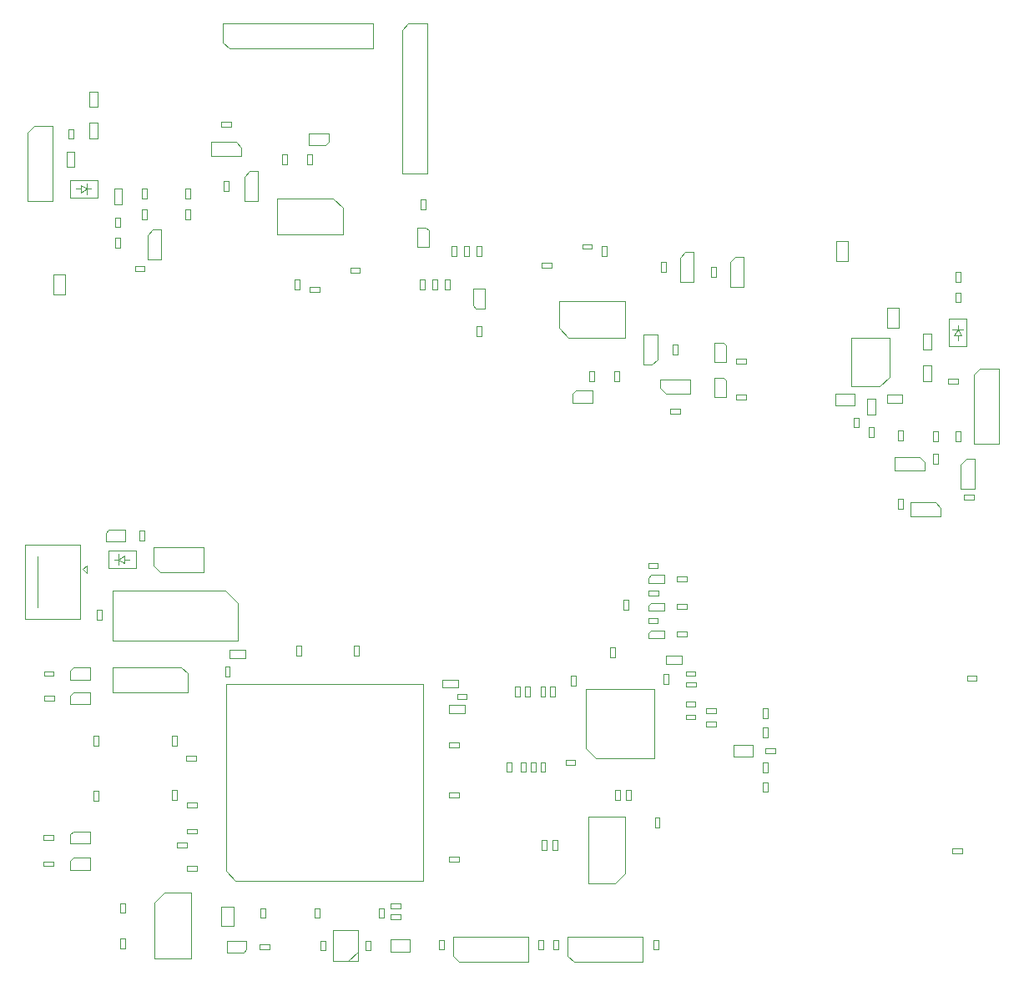
<source format=gbr>
G04 #@! TF.GenerationSoftware,KiCad,Pcbnew,(5.1.6)-1*
G04 #@! TF.CreationDate,2020-06-22T19:30:58+02:00*
G04 #@! TF.ProjectId,plc-sniffer,706c632d-736e-4696-9666-65722e6b6963,rev?*
G04 #@! TF.SameCoordinates,Original*
G04 #@! TF.FileFunction,Other,Fab,Top*
%FSLAX46Y46*%
G04 Gerber Fmt 4.6, Leading zero omitted, Abs format (unit mm)*
G04 Created by KiCad (PCBNEW (5.1.6)-1) date 2020-06-22 19:30:58*
%MOMM*%
%LPD*%
G01*
G04 APERTURE LIST*
%ADD10C,0.100000*%
G04 APERTURE END LIST*
D10*
G04 #@! TO.C,C714*
X121212500Y-118100000D02*
X121212500Y-117300000D01*
X121212500Y-117300000D02*
X122812500Y-117300000D01*
X122812500Y-117300000D02*
X122812500Y-118100000D01*
X122812500Y-118100000D02*
X121212500Y-118100000D01*
G04 #@! TO.C,C712*
X145087500Y-122900000D02*
X145087500Y-123700000D01*
X145087500Y-123700000D02*
X143487500Y-123700000D01*
X143487500Y-123700000D02*
X143487500Y-122900000D01*
X143487500Y-122900000D02*
X145087500Y-122900000D01*
G04 #@! TO.C,C706*
X144412500Y-120300000D02*
X144412500Y-121100000D01*
X144412500Y-121100000D02*
X142812500Y-121100000D01*
X142812500Y-121100000D02*
X142812500Y-120300000D01*
X142812500Y-120300000D02*
X144412500Y-120300000D01*
G04 #@! TO.C,C802*
X187900000Y-82562500D02*
X189100000Y-82562500D01*
X189100000Y-82562500D02*
X189100000Y-84562500D01*
X189100000Y-84562500D02*
X187900000Y-84562500D01*
X187900000Y-84562500D02*
X187900000Y-82562500D01*
G04 #@! TO.C,C801*
X184662500Y-91300000D02*
X184662500Y-92500000D01*
X184662500Y-92500000D02*
X182662500Y-92500000D01*
X182662500Y-92500000D02*
X182662500Y-91300000D01*
X182662500Y-91300000D02*
X184662500Y-91300000D01*
G04 #@! TO.C,J601*
X120570000Y-55635000D02*
X120570000Y-53730000D01*
X120570000Y-53730000D02*
X135810000Y-53730000D01*
X135810000Y-53730000D02*
X135810000Y-56270000D01*
X135810000Y-56270000D02*
X121205000Y-56270000D01*
X121205000Y-56270000D02*
X120570000Y-55635000D01*
G04 #@! TO.C,J501*
X139365000Y-53730000D02*
X141270000Y-53730000D01*
X141270000Y-53730000D02*
X141270000Y-68970000D01*
X141270000Y-68970000D02*
X138730000Y-68970000D01*
X138730000Y-68970000D02*
X138730000Y-54365000D01*
X138730000Y-54365000D02*
X139365000Y-53730000D01*
G04 #@! TO.C,U702*
X120837500Y-139750000D02*
X120837500Y-120750000D01*
X120837500Y-120750000D02*
X140837500Y-120750000D01*
X140837500Y-120750000D02*
X140837500Y-140750000D01*
X140837500Y-140750000D02*
X121837500Y-140750000D01*
X121837500Y-140750000D02*
X120837500Y-139750000D01*
G04 #@! TO.C,R1028*
X195700000Y-102050000D02*
X195700000Y-101550000D01*
X195700000Y-101550000D02*
X196700000Y-101550000D01*
X196700000Y-101550000D02*
X196700000Y-102050000D01*
X196700000Y-102050000D02*
X195700000Y-102050000D01*
G04 #@! TO.C,R405*
X194850000Y-95085000D02*
X195350000Y-95085000D01*
X195350000Y-95085000D02*
X195350000Y-96085000D01*
X195350000Y-96085000D02*
X194850000Y-96085000D01*
X194850000Y-96085000D02*
X194850000Y-95085000D01*
G04 #@! TO.C,Q403*
X195400000Y-98450000D02*
X195400000Y-100900000D01*
X195950000Y-97880000D02*
X196800000Y-97880000D01*
X195400000Y-98450000D02*
X195950000Y-97880000D01*
X196800000Y-97880000D02*
X196800000Y-100920000D01*
X195400000Y-100920000D02*
X196800000Y-100920000D01*
G04 #@! TO.C,R707*
X120400000Y-143337500D02*
X121600000Y-143337500D01*
X121600000Y-143337500D02*
X121600000Y-145337500D01*
X121600000Y-145337500D02*
X120400000Y-145337500D01*
X120400000Y-145337500D02*
X120400000Y-143337500D01*
G04 #@! TO.C,R610*
X104550000Y-81195000D02*
X103350000Y-81195000D01*
X103350000Y-81195000D02*
X103350000Y-79195000D01*
X103350000Y-79195000D02*
X104550000Y-79195000D01*
X104550000Y-79195000D02*
X104550000Y-81195000D01*
G04 #@! TO.C,R510*
X182770000Y-75835001D02*
X183970000Y-75835001D01*
X183970000Y-75835001D02*
X183970000Y-77835001D01*
X183970000Y-77835001D02*
X182770000Y-77835001D01*
X182770000Y-77835001D02*
X182770000Y-75835001D01*
G04 #@! TO.C,Y701*
X131750000Y-148900000D02*
X134250000Y-148900000D01*
X134250000Y-148900000D02*
X134250000Y-145700000D01*
X134250000Y-145700000D02*
X131750000Y-145700000D01*
X131750000Y-145700000D02*
X131750000Y-148900000D01*
X133250000Y-148900000D02*
X134250000Y-147900000D01*
G04 #@! TO.C,U1002*
X157337500Y-127250000D02*
X157337500Y-121250000D01*
X157337500Y-121250000D02*
X164337500Y-121250000D01*
X164337500Y-121250000D02*
X164337500Y-128250000D01*
X164337500Y-128250000D02*
X158337500Y-128250000D01*
X158337500Y-128250000D02*
X157337500Y-127250000D01*
G04 #@! TO.C,U1001*
X161300000Y-139950000D02*
X160300000Y-140950000D01*
X161300000Y-139950000D02*
X161300000Y-134250000D01*
X160300000Y-140950000D02*
X157600000Y-140950000D01*
X161300000Y-134250000D02*
X157600000Y-134250000D01*
X157600000Y-140950000D02*
X157600000Y-134250000D01*
G04 #@! TO.C,U801*
X187200000Y-90545000D02*
X184275000Y-90545000D01*
X184275000Y-90545000D02*
X184275000Y-85645000D01*
X184275000Y-85645000D02*
X188175000Y-85645000D01*
X188175000Y-85645000D02*
X188175000Y-89570000D01*
X188175000Y-89570000D02*
X187200000Y-90545000D01*
G04 #@! TO.C,U701*
X113600000Y-142950000D02*
X114600000Y-141950000D01*
X113600000Y-142950000D02*
X113600000Y-148650000D01*
X114600000Y-141950000D02*
X117300000Y-141950000D01*
X113600000Y-148650000D02*
X117300000Y-148650000D01*
X117300000Y-141950000D02*
X117300000Y-148650000D01*
G04 #@! TO.C,U601*
X131700000Y-71450000D02*
X132700000Y-72450000D01*
X131700000Y-71450000D02*
X126000000Y-71450000D01*
X132700000Y-72450000D02*
X132700000Y-75150000D01*
X126000000Y-71450000D02*
X126000000Y-75150000D01*
X132700000Y-75150000D02*
X126000000Y-75150000D01*
G04 #@! TO.C,U501*
X155620000Y-85580001D02*
X154620000Y-84580001D01*
X155620000Y-85580001D02*
X161320000Y-85580001D01*
X154620000Y-84580001D02*
X154620000Y-81880001D01*
X161320000Y-85580001D02*
X161320000Y-81880001D01*
X154620000Y-81880001D02*
X161320000Y-81880001D01*
G04 #@! TO.C,R1027*
X164685000Y-114050000D02*
X164685000Y-114550000D01*
X164685000Y-114550000D02*
X163685000Y-114550000D01*
X163685000Y-114550000D02*
X163685000Y-114050000D01*
X163685000Y-114050000D02*
X164685000Y-114050000D01*
G04 #@! TO.C,R1026*
X164700000Y-111250000D02*
X164700000Y-111750000D01*
X164700000Y-111750000D02*
X163700000Y-111750000D01*
X163700000Y-111750000D02*
X163700000Y-111250000D01*
X163700000Y-111250000D02*
X164700000Y-111250000D01*
G04 #@! TO.C,R1025*
X164685000Y-108450000D02*
X164685000Y-108950000D01*
X164685000Y-108950000D02*
X163685000Y-108950000D01*
X163685000Y-108950000D02*
X163685000Y-108450000D01*
X163685000Y-108450000D02*
X164685000Y-108450000D01*
G04 #@! TO.C,R1024*
X167615000Y-115450000D02*
X167615000Y-115950000D01*
X167615000Y-115950000D02*
X166615000Y-115950000D01*
X166615000Y-115950000D02*
X166615000Y-115450000D01*
X166615000Y-115450000D02*
X167615000Y-115450000D01*
G04 #@! TO.C,R1023*
X167585000Y-112650000D02*
X167585000Y-113150000D01*
X167585000Y-113150000D02*
X166585000Y-113150000D01*
X166585000Y-113150000D02*
X166585000Y-112650000D01*
X166585000Y-112650000D02*
X167585000Y-112650000D01*
G04 #@! TO.C,R1022*
X167585000Y-109850000D02*
X167585000Y-110350000D01*
X167585000Y-110350000D02*
X166585000Y-110350000D01*
X166585000Y-110350000D02*
X166585000Y-109850000D01*
X166585000Y-109850000D02*
X167585000Y-109850000D01*
G04 #@! TO.C,R1021*
X161950000Y-132515000D02*
X161450000Y-132515000D01*
X161450000Y-132515000D02*
X161450000Y-131515000D01*
X161450000Y-131515000D02*
X161950000Y-131515000D01*
X161950000Y-131515000D02*
X161950000Y-132515000D01*
G04 #@! TO.C,R1020*
X195515000Y-137450000D02*
X195515000Y-137950000D01*
X195515000Y-137950000D02*
X194515000Y-137950000D01*
X194515000Y-137950000D02*
X194515000Y-137450000D01*
X194515000Y-137450000D02*
X195515000Y-137450000D01*
G04 #@! TO.C,R1019*
X197015000Y-119950000D02*
X197015000Y-120450000D01*
X197015000Y-120450000D02*
X196015000Y-120450000D01*
X196015000Y-120450000D02*
X196015000Y-119950000D01*
X196015000Y-119950000D02*
X197015000Y-119950000D01*
G04 #@! TO.C,R1018*
X161150000Y-112215000D02*
X161650000Y-112215000D01*
X161650000Y-112215000D02*
X161650000Y-113215000D01*
X161650000Y-113215000D02*
X161150000Y-113215000D01*
X161150000Y-113215000D02*
X161150000Y-112215000D01*
G04 #@! TO.C,R1017*
X152750000Y-121015000D02*
X153250000Y-121015000D01*
X153250000Y-121015000D02*
X153250000Y-122015000D01*
X153250000Y-122015000D02*
X152750000Y-122015000D01*
X152750000Y-122015000D02*
X152750000Y-121015000D01*
G04 #@! TO.C,R1016*
X167087500Y-117900000D02*
X167087500Y-118700000D01*
X167087500Y-118700000D02*
X165487500Y-118700000D01*
X165487500Y-118700000D02*
X165487500Y-117900000D01*
X165487500Y-117900000D02*
X167087500Y-117900000D01*
G04 #@! TO.C,R1015*
X175850000Y-131715000D02*
X175350000Y-131715000D01*
X175350000Y-131715000D02*
X175350000Y-130715000D01*
X175350000Y-130715000D02*
X175850000Y-130715000D01*
X175850000Y-130715000D02*
X175850000Y-131715000D01*
G04 #@! TO.C,R1014*
X175850000Y-126185000D02*
X175350000Y-126185000D01*
X175350000Y-126185000D02*
X175350000Y-125185000D01*
X175350000Y-125185000D02*
X175850000Y-125185000D01*
X175850000Y-125185000D02*
X175850000Y-126185000D01*
G04 #@! TO.C,R1013*
X165250000Y-119715000D02*
X165750000Y-119715000D01*
X165750000Y-119715000D02*
X165750000Y-120715000D01*
X165750000Y-120715000D02*
X165250000Y-120715000D01*
X165250000Y-120715000D02*
X165250000Y-119715000D01*
G04 #@! TO.C,R1012*
X170585000Y-123250000D02*
X170585000Y-123750000D01*
X170585000Y-123750000D02*
X169585000Y-123750000D01*
X169585000Y-123750000D02*
X169585000Y-123250000D01*
X169585000Y-123250000D02*
X170585000Y-123250000D01*
G04 #@! TO.C,R1011*
X168485000Y-123850000D02*
X168485000Y-124350000D01*
X168485000Y-124350000D02*
X167485000Y-124350000D01*
X167485000Y-124350000D02*
X167485000Y-123850000D01*
X167485000Y-123850000D02*
X168485000Y-123850000D01*
G04 #@! TO.C,R1010*
X175350000Y-128715000D02*
X175850000Y-128715000D01*
X175850000Y-128715000D02*
X175850000Y-129715000D01*
X175850000Y-129715000D02*
X175350000Y-129715000D01*
X175350000Y-129715000D02*
X175350000Y-128715000D01*
G04 #@! TO.C,R1009*
X175350000Y-123215000D02*
X175850000Y-123215000D01*
X175850000Y-123215000D02*
X175850000Y-124215000D01*
X175850000Y-124215000D02*
X175350000Y-124215000D01*
X175350000Y-124215000D02*
X175350000Y-123215000D01*
G04 #@! TO.C,R1008*
X150150000Y-121015000D02*
X150650000Y-121015000D01*
X150650000Y-121015000D02*
X150650000Y-122015000D01*
X150650000Y-122015000D02*
X150150000Y-122015000D01*
X150150000Y-122015000D02*
X150150000Y-121015000D01*
G04 #@! TO.C,R1007*
X153750000Y-121015000D02*
X154250000Y-121015000D01*
X154250000Y-121015000D02*
X154250000Y-122015000D01*
X154250000Y-122015000D02*
X153750000Y-122015000D01*
X153750000Y-122015000D02*
X153750000Y-121015000D01*
G04 #@! TO.C,R1006*
X151150000Y-121015000D02*
X151650000Y-121015000D01*
X151650000Y-121015000D02*
X151650000Y-122015000D01*
X151650000Y-122015000D02*
X151150000Y-122015000D01*
X151150000Y-122015000D02*
X151150000Y-121015000D01*
G04 #@! TO.C,R1005*
X152750000Y-128685000D02*
X153250000Y-128685000D01*
X153250000Y-128685000D02*
X153250000Y-129685000D01*
X153250000Y-129685000D02*
X152750000Y-129685000D01*
X152750000Y-129685000D02*
X152750000Y-128685000D01*
G04 #@! TO.C,R1004*
X151750000Y-128685000D02*
X152250000Y-128685000D01*
X152250000Y-128685000D02*
X152250000Y-129685000D01*
X152250000Y-129685000D02*
X151750000Y-129685000D01*
X151750000Y-129685000D02*
X151750000Y-128685000D01*
G04 #@! TO.C,R1003*
X150750000Y-128685000D02*
X151250000Y-128685000D01*
X151250000Y-128685000D02*
X151250000Y-129685000D01*
X151250000Y-129685000D02*
X150750000Y-129685000D01*
X150750000Y-129685000D02*
X150750000Y-128685000D01*
G04 #@! TO.C,R1002*
X149350000Y-128685000D02*
X149850000Y-128685000D01*
X149850000Y-128685000D02*
X149850000Y-129685000D01*
X149850000Y-129685000D02*
X149350000Y-129685000D01*
X149350000Y-129685000D02*
X149350000Y-128685000D01*
G04 #@! TO.C,R1001*
X160350000Y-131515000D02*
X160850000Y-131515000D01*
X160850000Y-131515000D02*
X160850000Y-132515000D01*
X160850000Y-132515000D02*
X160350000Y-132515000D01*
X160350000Y-132515000D02*
X160350000Y-131515000D01*
G04 #@! TO.C,R901*
X112050000Y-105215000D02*
X112550000Y-105215000D01*
X112550000Y-105215000D02*
X112550000Y-106215000D01*
X112550000Y-106215000D02*
X112050000Y-106215000D01*
X112050000Y-106215000D02*
X112050000Y-105215000D01*
G04 #@! TO.C,R813*
X173585000Y-87750000D02*
X173585000Y-88250000D01*
X173585000Y-88250000D02*
X172585000Y-88250000D01*
X172585000Y-88250000D02*
X172585000Y-87750000D01*
X172585000Y-87750000D02*
X173585000Y-87750000D01*
G04 #@! TO.C,R812*
X173615000Y-91350000D02*
X173615000Y-91850000D01*
X173615000Y-91850000D02*
X172615000Y-91850000D01*
X172615000Y-91850000D02*
X172615000Y-91350000D01*
X172615000Y-91350000D02*
X173615000Y-91350000D01*
G04 #@! TO.C,R811*
X194850000Y-78915000D02*
X195350000Y-78915000D01*
X195350000Y-78915000D02*
X195350000Y-79915000D01*
X195350000Y-79915000D02*
X194850000Y-79915000D01*
X194850000Y-79915000D02*
X194850000Y-78915000D01*
G04 #@! TO.C,R810*
X194850000Y-81015000D02*
X195350000Y-81015000D01*
X195350000Y-81015000D02*
X195350000Y-82015000D01*
X195350000Y-82015000D02*
X194850000Y-82015000D01*
X194850000Y-82015000D02*
X194850000Y-81015000D01*
G04 #@! TO.C,R809*
X194115000Y-90250000D02*
X194115000Y-89750000D01*
X194115000Y-89750000D02*
X195115000Y-89750000D01*
X195115000Y-89750000D02*
X195115000Y-90250000D01*
X195115000Y-90250000D02*
X194115000Y-90250000D01*
G04 #@! TO.C,R808*
X191600000Y-88412500D02*
X192400000Y-88412500D01*
X192400000Y-88412500D02*
X192400000Y-90012500D01*
X192400000Y-90012500D02*
X191600000Y-90012500D01*
X191600000Y-90012500D02*
X191600000Y-88412500D01*
G04 #@! TO.C,R807*
X187887500Y-92200000D02*
X187887500Y-91400000D01*
X187887500Y-91400000D02*
X189487500Y-91400000D01*
X189487500Y-91400000D02*
X189487500Y-92200000D01*
X189487500Y-92200000D02*
X187887500Y-92200000D01*
G04 #@! TO.C,R806*
X186700000Y-93387500D02*
X185900000Y-93387500D01*
X185900000Y-93387500D02*
X185900000Y-91787500D01*
X185900000Y-91787500D02*
X186700000Y-91787500D01*
X186700000Y-91787500D02*
X186700000Y-93387500D01*
G04 #@! TO.C,R805*
X191600000Y-85200000D02*
X192400000Y-85200000D01*
X192400000Y-85200000D02*
X192400000Y-86800000D01*
X192400000Y-86800000D02*
X191600000Y-86800000D01*
X191600000Y-86800000D02*
X191600000Y-85200000D01*
G04 #@! TO.C,R804*
X185050000Y-94715000D02*
X184550000Y-94715000D01*
X184550000Y-94715000D02*
X184550000Y-93715000D01*
X184550000Y-93715000D02*
X185050000Y-93715000D01*
X185050000Y-93715000D02*
X185050000Y-94715000D01*
G04 #@! TO.C,R803*
X186050000Y-94685000D02*
X186550000Y-94685000D01*
X186550000Y-94685000D02*
X186550000Y-95685000D01*
X186550000Y-95685000D02*
X186050000Y-95685000D01*
X186050000Y-95685000D02*
X186050000Y-94685000D01*
G04 #@! TO.C,R802*
X164950000Y-77900000D02*
X165450000Y-77900000D01*
X165450000Y-77900000D02*
X165450000Y-78900000D01*
X165450000Y-78900000D02*
X164950000Y-78900000D01*
X164950000Y-78900000D02*
X164950000Y-77900000D01*
G04 #@! TO.C,R801*
X170550000Y-79400000D02*
X170050000Y-79400000D01*
X170050000Y-79400000D02*
X170050000Y-78400000D01*
X170050000Y-78400000D02*
X170550000Y-78400000D01*
X170550000Y-78400000D02*
X170550000Y-79400000D01*
G04 #@! TO.C,R715*
X102385000Y-119950000D02*
X102385000Y-119450000D01*
X102385000Y-119450000D02*
X103385000Y-119450000D01*
X103385000Y-119450000D02*
X103385000Y-119950000D01*
X103385000Y-119950000D02*
X102385000Y-119950000D01*
G04 #@! TO.C,R714*
X102415000Y-122450000D02*
X102415000Y-121950000D01*
X102415000Y-121950000D02*
X103415000Y-121950000D01*
X103415000Y-121950000D02*
X103415000Y-122450000D01*
X103415000Y-122450000D02*
X102415000Y-122450000D01*
G04 #@! TO.C,R713*
X102315000Y-139250000D02*
X102315000Y-138750000D01*
X102315000Y-138750000D02*
X103315000Y-138750000D01*
X103315000Y-138750000D02*
X103315000Y-139250000D01*
X103315000Y-139250000D02*
X102315000Y-139250000D01*
G04 #@! TO.C,R712*
X102315000Y-136550000D02*
X102315000Y-136050000D01*
X102315000Y-136050000D02*
X103315000Y-136050000D01*
X103315000Y-136050000D02*
X103315000Y-136550000D01*
X103315000Y-136550000D02*
X102315000Y-136550000D01*
G04 #@! TO.C,R711*
X107950000Y-132600000D02*
X107450000Y-132600000D01*
X107450000Y-132600000D02*
X107450000Y-131600000D01*
X107450000Y-131600000D02*
X107950000Y-131600000D01*
X107950000Y-131600000D02*
X107950000Y-132600000D01*
G04 #@! TO.C,R710*
X107950000Y-127000000D02*
X107450000Y-127000000D01*
X107450000Y-127000000D02*
X107450000Y-126000000D01*
X107450000Y-126000000D02*
X107950000Y-126000000D01*
X107950000Y-126000000D02*
X107950000Y-127000000D01*
G04 #@! TO.C,R709*
X115850000Y-126985000D02*
X115350000Y-126985000D01*
X115350000Y-126985000D02*
X115350000Y-125985000D01*
X115350000Y-125985000D02*
X115850000Y-125985000D01*
X115850000Y-125985000D02*
X115850000Y-126985000D01*
G04 #@! TO.C,R708*
X115850000Y-132500000D02*
X115350000Y-132500000D01*
X115350000Y-132500000D02*
X115350000Y-131500000D01*
X115350000Y-131500000D02*
X115850000Y-131500000D01*
X115850000Y-131500000D02*
X115850000Y-132500000D01*
G04 #@! TO.C,R706*
X124285000Y-147650000D02*
X124285000Y-147150000D01*
X124285000Y-147150000D02*
X125285000Y-147150000D01*
X125285000Y-147150000D02*
X125285000Y-147650000D01*
X125285000Y-147650000D02*
X124285000Y-147650000D01*
G04 #@! TO.C,R705*
X117885000Y-135450000D02*
X117885000Y-135950000D01*
X117885000Y-135950000D02*
X116885000Y-135950000D01*
X116885000Y-135950000D02*
X116885000Y-135450000D01*
X116885000Y-135450000D02*
X117885000Y-135450000D01*
G04 #@! TO.C,R704*
X142950000Y-147715000D02*
X142450000Y-147715000D01*
X142450000Y-147715000D02*
X142450000Y-146715000D01*
X142450000Y-146715000D02*
X142950000Y-146715000D01*
X142950000Y-146715000D02*
X142950000Y-147715000D01*
G04 #@! TO.C,R703*
X153050000Y-147715000D02*
X152550000Y-147715000D01*
X152550000Y-147715000D02*
X152550000Y-146715000D01*
X152550000Y-146715000D02*
X153050000Y-146715000D01*
X153050000Y-146715000D02*
X153050000Y-147715000D01*
G04 #@! TO.C,R702*
X154550000Y-147715000D02*
X154050000Y-147715000D01*
X154050000Y-147715000D02*
X154050000Y-146715000D01*
X154050000Y-146715000D02*
X154550000Y-146715000D01*
X154550000Y-146715000D02*
X154550000Y-147715000D01*
G04 #@! TO.C,R701*
X164750000Y-147715000D02*
X164250000Y-147715000D01*
X164250000Y-147715000D02*
X164250000Y-146715000D01*
X164250000Y-146715000D02*
X164750000Y-146715000D01*
X164750000Y-146715000D02*
X164750000Y-147715000D01*
G04 #@! TO.C,R609*
X129600000Y-67995000D02*
X129100000Y-67995000D01*
X129100000Y-67995000D02*
X129100000Y-66995000D01*
X129100000Y-66995000D02*
X129600000Y-66995000D01*
X129600000Y-66995000D02*
X129600000Y-67995000D01*
G04 #@! TO.C,R608*
X128330000Y-80695000D02*
X127830000Y-80695000D01*
X127830000Y-80695000D02*
X127830000Y-79695000D01*
X127830000Y-79695000D02*
X128330000Y-79695000D01*
X128330000Y-79695000D02*
X128330000Y-80695000D01*
G04 #@! TO.C,R607*
X121400000Y-63700000D02*
X121400000Y-64200000D01*
X121400000Y-64200000D02*
X120400000Y-64200000D01*
X120400000Y-64200000D02*
X120400000Y-63700000D01*
X120400000Y-63700000D02*
X121400000Y-63700000D01*
G04 #@! TO.C,R606*
X121150000Y-70700000D02*
X120650000Y-70700000D01*
X120650000Y-70700000D02*
X120650000Y-69700000D01*
X120650000Y-69700000D02*
X121150000Y-69700000D01*
X121150000Y-69700000D02*
X121150000Y-70700000D01*
G04 #@! TO.C,R605*
X133445000Y-79025000D02*
X133445000Y-78525000D01*
X133445000Y-78525000D02*
X134445000Y-78525000D01*
X134445000Y-78525000D02*
X134445000Y-79025000D01*
X134445000Y-79025000D02*
X133445000Y-79025000D01*
G04 #@! TO.C,R604*
X141030000Y-80695000D02*
X140530000Y-80695000D01*
X140530000Y-80695000D02*
X140530000Y-79695000D01*
X140530000Y-79695000D02*
X141030000Y-79695000D01*
X141030000Y-79695000D02*
X141030000Y-80695000D01*
G04 #@! TO.C,R603*
X142300000Y-80695000D02*
X141800000Y-80695000D01*
X141800000Y-80695000D02*
X141800000Y-79695000D01*
X141800000Y-79695000D02*
X142300000Y-79695000D01*
X142300000Y-79695000D02*
X142300000Y-80695000D01*
G04 #@! TO.C,R602*
X146245000Y-84475000D02*
X146745000Y-84475000D01*
X146745000Y-84475000D02*
X146745000Y-85475000D01*
X146745000Y-85475000D02*
X146245000Y-85475000D01*
X146245000Y-85475000D02*
X146245000Y-84475000D01*
G04 #@! TO.C,R601*
X143070000Y-79695000D02*
X143570000Y-79695000D01*
X143570000Y-79695000D02*
X143570000Y-80695000D01*
X143570000Y-80695000D02*
X143070000Y-80695000D01*
X143070000Y-80695000D02*
X143070000Y-79695000D01*
G04 #@! TO.C,R509*
X157720000Y-89035001D02*
X158220000Y-89035001D01*
X158220000Y-89035001D02*
X158220000Y-90035001D01*
X158220000Y-90035001D02*
X157720000Y-90035001D01*
X157720000Y-90035001D02*
X157720000Y-89035001D01*
G04 #@! TO.C,R508*
X158990000Y-76335001D02*
X159490000Y-76335001D01*
X159490000Y-76335001D02*
X159490000Y-77335001D01*
X159490000Y-77335001D02*
X158990000Y-77335001D01*
X158990000Y-77335001D02*
X158990000Y-76335001D01*
G04 #@! TO.C,R507*
X165920000Y-93330001D02*
X165920000Y-92830001D01*
X165920000Y-92830001D02*
X166920000Y-92830001D01*
X166920000Y-92830001D02*
X166920000Y-93330001D01*
X166920000Y-93330001D02*
X165920000Y-93330001D01*
G04 #@! TO.C,R506*
X166170000Y-86330001D02*
X166670000Y-86330001D01*
X166670000Y-86330001D02*
X166670000Y-87330001D01*
X166670000Y-87330001D02*
X166170000Y-87330001D01*
X166170000Y-87330001D02*
X166170000Y-86330001D01*
G04 #@! TO.C,R505*
X153875000Y-78005001D02*
X153875000Y-78505001D01*
X153875000Y-78505001D02*
X152875000Y-78505001D01*
X152875000Y-78505001D02*
X152875000Y-78005001D01*
X152875000Y-78005001D02*
X153875000Y-78005001D01*
G04 #@! TO.C,R504*
X146290000Y-76335001D02*
X146790000Y-76335001D01*
X146790000Y-76335001D02*
X146790000Y-77335001D01*
X146790000Y-77335001D02*
X146290000Y-77335001D01*
X146290000Y-77335001D02*
X146290000Y-76335001D01*
G04 #@! TO.C,R503*
X145020000Y-76335001D02*
X145520000Y-76335001D01*
X145520000Y-76335001D02*
X145520000Y-77335001D01*
X145520000Y-77335001D02*
X145020000Y-77335001D01*
X145020000Y-77335001D02*
X145020000Y-76335001D01*
G04 #@! TO.C,R502*
X141075000Y-72555001D02*
X140575000Y-72555001D01*
X140575000Y-72555001D02*
X140575000Y-71555001D01*
X140575000Y-71555001D02*
X141075000Y-71555001D01*
X141075000Y-71555001D02*
X141075000Y-72555001D01*
G04 #@! TO.C,R501*
X144250000Y-77335001D02*
X143750000Y-77335001D01*
X143750000Y-77335001D02*
X143750000Y-76335001D01*
X143750000Y-76335001D02*
X144250000Y-76335001D01*
X144250000Y-76335001D02*
X144250000Y-77335001D01*
G04 #@! TO.C,R404*
X192550000Y-97385000D02*
X193050000Y-97385000D01*
X193050000Y-97385000D02*
X193050000Y-98385000D01*
X193050000Y-98385000D02*
X192550000Y-98385000D01*
X192550000Y-98385000D02*
X192550000Y-97385000D01*
G04 #@! TO.C,R403*
X192550000Y-95100000D02*
X193050000Y-95100000D01*
X193050000Y-95100000D02*
X193050000Y-96100000D01*
X193050000Y-96100000D02*
X192550000Y-96100000D01*
X192550000Y-96100000D02*
X192550000Y-95100000D01*
G04 #@! TO.C,R402*
X189050000Y-101985000D02*
X189550000Y-101985000D01*
X189550000Y-101985000D02*
X189550000Y-102985000D01*
X189550000Y-102985000D02*
X189050000Y-102985000D01*
X189050000Y-102985000D02*
X189050000Y-101985000D01*
G04 #@! TO.C,R401*
X189550000Y-96015000D02*
X189050000Y-96015000D01*
X189050000Y-96015000D02*
X189050000Y-95015000D01*
X189050000Y-95015000D02*
X189550000Y-95015000D01*
X189550000Y-95015000D02*
X189550000Y-96015000D01*
G04 #@! TO.C,R304*
X107800000Y-62200000D02*
X107000000Y-62200000D01*
X107000000Y-62200000D02*
X107000000Y-60600000D01*
X107000000Y-60600000D02*
X107800000Y-60600000D01*
X107800000Y-60600000D02*
X107800000Y-62200000D01*
G04 #@! TO.C,R303*
X107800000Y-65412500D02*
X107000000Y-65412500D01*
X107000000Y-65412500D02*
X107000000Y-63812500D01*
X107000000Y-63812500D02*
X107800000Y-63812500D01*
X107800000Y-63812500D02*
X107800000Y-65412500D01*
G04 #@! TO.C,R302*
X105500000Y-68300000D02*
X104700000Y-68300000D01*
X104700000Y-68300000D02*
X104700000Y-66700000D01*
X104700000Y-66700000D02*
X105500000Y-66700000D01*
X105500000Y-66700000D02*
X105500000Y-68300000D01*
G04 #@! TO.C,R301*
X105350000Y-65415000D02*
X104850000Y-65415000D01*
X104850000Y-65415000D02*
X104850000Y-64415000D01*
X104850000Y-64415000D02*
X105350000Y-64415000D01*
X105350000Y-64415000D02*
X105350000Y-65415000D01*
G04 #@! TO.C,R208*
X112850000Y-73600000D02*
X112350000Y-73600000D01*
X112350000Y-73600000D02*
X112350000Y-72600000D01*
X112350000Y-72600000D02*
X112850000Y-72600000D01*
X112850000Y-72600000D02*
X112850000Y-73600000D01*
G04 #@! TO.C,R207*
X110150000Y-74385000D02*
X109650000Y-74385000D01*
X109650000Y-74385000D02*
X109650000Y-73385000D01*
X109650000Y-73385000D02*
X110150000Y-73385000D01*
X110150000Y-73385000D02*
X110150000Y-74385000D01*
G04 #@! TO.C,R206*
X110135000Y-76485000D02*
X109635000Y-76485000D01*
X109635000Y-76485000D02*
X109635000Y-75485000D01*
X109635000Y-75485000D02*
X110135000Y-75485000D01*
X110135000Y-75485000D02*
X110135000Y-76485000D01*
G04 #@! TO.C,R205*
X117250000Y-73585000D02*
X116750000Y-73585000D01*
X116750000Y-73585000D02*
X116750000Y-72585000D01*
X116750000Y-72585000D02*
X117250000Y-72585000D01*
X117250000Y-72585000D02*
X117250000Y-73585000D01*
G04 #@! TO.C,R204*
X117250000Y-71485000D02*
X116750000Y-71485000D01*
X116750000Y-71485000D02*
X116750000Y-70485000D01*
X116750000Y-70485000D02*
X117250000Y-70485000D01*
X117250000Y-70485000D02*
X117250000Y-71485000D01*
G04 #@! TO.C,R203*
X112850000Y-71485000D02*
X112350000Y-71485000D01*
X112350000Y-71485000D02*
X112350000Y-70485000D01*
X112350000Y-70485000D02*
X112850000Y-70485000D01*
X112850000Y-70485000D02*
X112850000Y-71485000D01*
G04 #@! TO.C,R202*
X111615000Y-78850000D02*
X111615000Y-78350000D01*
X111615000Y-78350000D02*
X112615000Y-78350000D01*
X112615000Y-78350000D02*
X112615000Y-78850000D01*
X112615000Y-78850000D02*
X111615000Y-78850000D01*
G04 #@! TO.C,R201*
X110300000Y-72087500D02*
X109500000Y-72087500D01*
X109500000Y-72087500D02*
X109500000Y-70487500D01*
X109500000Y-70487500D02*
X110300000Y-70487500D01*
X110300000Y-70487500D02*
X110300000Y-72087500D01*
G04 #@! TO.C,Q802*
X172000000Y-77950000D02*
X172000000Y-80400000D01*
X172550000Y-77380000D02*
X173400000Y-77380000D01*
X172000000Y-77950000D02*
X172550000Y-77380000D01*
X173400000Y-77380000D02*
X173400000Y-80420000D01*
X172000000Y-80420000D02*
X173400000Y-80420000D01*
G04 #@! TO.C,Q801*
X166900000Y-77450000D02*
X166900000Y-79900000D01*
X167450000Y-76880000D02*
X168300000Y-76880000D01*
X166900000Y-77450000D02*
X167450000Y-76880000D01*
X168300000Y-76880000D02*
X168300000Y-79920000D01*
X166900000Y-79920000D02*
X168300000Y-79920000D01*
G04 #@! TO.C,Q602*
X122700000Y-69250000D02*
X122700000Y-71700000D01*
X123250000Y-68680000D02*
X124100000Y-68680000D01*
X122700000Y-69250000D02*
X123250000Y-68680000D01*
X124100000Y-68680000D02*
X124100000Y-71720000D01*
X122700000Y-71720000D02*
X124100000Y-71720000D01*
G04 #@! TO.C,Q601*
X121850000Y-65750000D02*
X119400000Y-65750000D01*
X122420000Y-66300000D02*
X122420000Y-67150000D01*
X121850000Y-65750000D02*
X122420000Y-66300000D01*
X122420000Y-67150000D02*
X119380000Y-67150000D01*
X119380000Y-65750000D02*
X119380000Y-67150000D01*
G04 #@! TO.C,Q502*
X164620000Y-87780001D02*
X164620000Y-85330001D01*
X164070000Y-88350001D02*
X163220000Y-88350001D01*
X164620000Y-87780001D02*
X164070000Y-88350001D01*
X163220000Y-88350001D02*
X163220000Y-85310001D01*
X164620000Y-85310001D02*
X163220000Y-85310001D01*
G04 #@! TO.C,Q501*
X165470000Y-91280001D02*
X167920000Y-91280001D01*
X164900000Y-90730001D02*
X164900000Y-89880001D01*
X165470000Y-91280001D02*
X164900000Y-90730001D01*
X164900000Y-89880001D02*
X167940000Y-89880001D01*
X167940000Y-91280001D02*
X167940000Y-89880001D01*
G04 #@! TO.C,Q402*
X192800000Y-102300000D02*
X190350000Y-102300000D01*
X193370000Y-102850000D02*
X193370000Y-103700000D01*
X192800000Y-102300000D02*
X193370000Y-102850000D01*
X193370000Y-103700000D02*
X190330000Y-103700000D01*
X190330000Y-102300000D02*
X190330000Y-103700000D01*
G04 #@! TO.C,Q401*
X191200000Y-97700000D02*
X188750000Y-97700000D01*
X191770000Y-98250000D02*
X191770000Y-99100000D01*
X191200000Y-97700000D02*
X191770000Y-98250000D01*
X191770000Y-99100000D02*
X188730000Y-99100000D01*
X188730000Y-97700000D02*
X188730000Y-99100000D01*
G04 #@! TO.C,Q201*
X112900000Y-75200000D02*
X112900000Y-77650000D01*
X113450000Y-74630000D02*
X114300000Y-74630000D01*
X112900000Y-75200000D02*
X113450000Y-74630000D01*
X114300000Y-74630000D02*
X114300000Y-77670000D01*
X112900000Y-77670000D02*
X114300000Y-77670000D01*
G04 #@! TO.C,J902*
X113530000Y-108735000D02*
X113530000Y-106830000D01*
X113530000Y-106830000D02*
X118610000Y-106830000D01*
X118610000Y-106830000D02*
X118610000Y-109370000D01*
X118610000Y-109370000D02*
X114165000Y-109370000D01*
X114165000Y-109370000D02*
X113530000Y-108735000D01*
G04 #@! TO.C,J901*
X106350000Y-109100000D02*
X106750000Y-109500000D01*
X106750000Y-109500000D02*
X106750000Y-108700000D01*
X106750000Y-108700000D02*
X106350000Y-109100000D01*
X100450000Y-106650000D02*
X106050000Y-106650000D01*
X100450000Y-114150000D02*
X100450000Y-106650000D01*
X106050000Y-114150000D02*
X100450000Y-114150000D01*
X106050000Y-106650000D02*
X106050000Y-114150000D01*
X101750000Y-107800000D02*
X101750000Y-113000000D01*
G04 #@! TO.C,J703*
X122070000Y-112500000D02*
X122070000Y-116310000D01*
X122070000Y-116310000D02*
X109370000Y-116310000D01*
X109370000Y-116310000D02*
X109370000Y-111230000D01*
X109370000Y-111230000D02*
X120800000Y-111230000D01*
X120800000Y-111230000D02*
X122070000Y-112500000D01*
G04 #@! TO.C,J702*
X143890000Y-148335000D02*
X143890000Y-146430000D01*
X143890000Y-146430000D02*
X151510000Y-146430000D01*
X151510000Y-146430000D02*
X151510000Y-148970000D01*
X151510000Y-148970000D02*
X144525000Y-148970000D01*
X144525000Y-148970000D02*
X143890000Y-148335000D01*
G04 #@! TO.C,J701*
X155530000Y-148335000D02*
X155530000Y-146430000D01*
X155530000Y-146430000D02*
X163150000Y-146430000D01*
X163150000Y-146430000D02*
X163150000Y-148970000D01*
X163150000Y-148970000D02*
X156165000Y-148970000D01*
X156165000Y-148970000D02*
X155530000Y-148335000D01*
G04 #@! TO.C,J103*
X197365000Y-88730000D02*
X199270000Y-88730000D01*
X199270000Y-88730000D02*
X199270000Y-96350000D01*
X199270000Y-96350000D02*
X196730000Y-96350000D01*
X196730000Y-96350000D02*
X196730000Y-89365000D01*
X196730000Y-89365000D02*
X197365000Y-88730000D01*
G04 #@! TO.C,J102*
X116950000Y-119665000D02*
X116950000Y-121570000D01*
X116950000Y-121570000D02*
X109330000Y-121570000D01*
X109330000Y-121570000D02*
X109330000Y-119030000D01*
X109330000Y-119030000D02*
X116315000Y-119030000D01*
X116315000Y-119030000D02*
X116950000Y-119665000D01*
G04 #@! TO.C,J101*
X101365000Y-64150000D02*
X103270000Y-64150000D01*
X103270000Y-64150000D02*
X103270000Y-71770000D01*
X103270000Y-71770000D02*
X100730000Y-71770000D01*
X100730000Y-71770000D02*
X100730000Y-64785000D01*
X100730000Y-64785000D02*
X101365000Y-64150000D01*
G04 #@! TO.C,FB1001*
X172337500Y-128100000D02*
X172337500Y-126900000D01*
X172337500Y-126900000D02*
X174337500Y-126900000D01*
X174337500Y-126900000D02*
X174337500Y-128100000D01*
X174337500Y-128100000D02*
X172337500Y-128100000D01*
G04 #@! TO.C,FB701*
X137537500Y-147900000D02*
X137537500Y-146700000D01*
X137537500Y-146700000D02*
X139537500Y-146700000D01*
X139537500Y-146700000D02*
X139537500Y-147900000D01*
X139537500Y-147900000D02*
X137537500Y-147900000D01*
G04 #@! TO.C,D1003*
X165300000Y-115300000D02*
X164000000Y-115300000D01*
X164000000Y-115300000D02*
X163700000Y-115600000D01*
X163700000Y-115600000D02*
X163700000Y-116100000D01*
X163700000Y-116100000D02*
X165300000Y-116100000D01*
X165300000Y-116100000D02*
X165300000Y-115300000D01*
G04 #@! TO.C,D1002*
X165287500Y-112500000D02*
X163987500Y-112500000D01*
X163987500Y-112500000D02*
X163687500Y-112800000D01*
X163687500Y-112800000D02*
X163687500Y-113300000D01*
X163687500Y-113300000D02*
X165287500Y-113300000D01*
X165287500Y-113300000D02*
X165287500Y-112500000D01*
G04 #@! TO.C,D1001*
X165287500Y-109700000D02*
X163987500Y-109700000D01*
X163987500Y-109700000D02*
X163687500Y-110000000D01*
X163687500Y-110000000D02*
X163687500Y-110500000D01*
X163687500Y-110500000D02*
X165287500Y-110500000D01*
X165287500Y-110500000D02*
X165287500Y-109700000D01*
G04 #@! TO.C,D902*
X110550000Y-108100000D02*
X111050000Y-108100000D01*
X110550000Y-108500000D02*
X109950000Y-108100000D01*
X110550000Y-107700000D02*
X110550000Y-108500000D01*
X109950000Y-108100000D02*
X110550000Y-107700000D01*
X109950000Y-108100000D02*
X109950000Y-108650000D01*
X109950000Y-108100000D02*
X109950000Y-107550000D01*
X109550000Y-108100000D02*
X109950000Y-108100000D01*
X108900000Y-109000000D02*
X108900000Y-107200000D01*
X111700000Y-109000000D02*
X108900000Y-109000000D01*
X111700000Y-107200000D02*
X111700000Y-109000000D01*
X108900000Y-107200000D02*
X111700000Y-107200000D01*
G04 #@! TO.C,D901*
X110637500Y-105100000D02*
X108937500Y-105100000D01*
X108937500Y-105100000D02*
X108637500Y-105400000D01*
X108637500Y-105400000D02*
X108637500Y-106300000D01*
X108637500Y-106300000D02*
X110637500Y-106300000D01*
X110637500Y-106300000D02*
X110637500Y-105100000D01*
G04 #@! TO.C,D803*
X171600000Y-88100000D02*
X171600000Y-86400000D01*
X171600000Y-86400000D02*
X171300000Y-86100000D01*
X171300000Y-86100000D02*
X170400000Y-86100000D01*
X170400000Y-86100000D02*
X170400000Y-88100000D01*
X170400000Y-88100000D02*
X171600000Y-88100000D01*
G04 #@! TO.C,D802*
X171600000Y-91662500D02*
X171600000Y-89962500D01*
X171600000Y-89962500D02*
X171300000Y-89662500D01*
X171300000Y-89662500D02*
X170400000Y-89662500D01*
X170400000Y-89662500D02*
X170400000Y-91662500D01*
X170400000Y-91662500D02*
X171600000Y-91662500D01*
G04 #@! TO.C,D801*
X195100000Y-85350000D02*
X195100000Y-85850000D01*
X194700000Y-85350000D02*
X195100000Y-84750000D01*
X195500000Y-85350000D02*
X194700000Y-85350000D01*
X195100000Y-84750000D02*
X195500000Y-85350000D01*
X195100000Y-84750000D02*
X194550000Y-84750000D01*
X195100000Y-84750000D02*
X195650000Y-84750000D01*
X195100000Y-84350000D02*
X195100000Y-84750000D01*
X194200000Y-83700000D02*
X196000000Y-83700000D01*
X194200000Y-86500000D02*
X194200000Y-83700000D01*
X196000000Y-86500000D02*
X194200000Y-86500000D01*
X196000000Y-83700000D02*
X196000000Y-86500000D01*
G04 #@! TO.C,D705*
X107062500Y-119100000D02*
X105362500Y-119100000D01*
X105362500Y-119100000D02*
X105062500Y-119400000D01*
X105062500Y-119400000D02*
X105062500Y-120300000D01*
X105062500Y-120300000D02*
X107062500Y-120300000D01*
X107062500Y-120300000D02*
X107062500Y-119100000D01*
G04 #@! TO.C,D704*
X107062500Y-121600000D02*
X105362500Y-121600000D01*
X105362500Y-121600000D02*
X105062500Y-121900000D01*
X105062500Y-121900000D02*
X105062500Y-122800000D01*
X105062500Y-122800000D02*
X107062500Y-122800000D01*
X107062500Y-122800000D02*
X107062500Y-121600000D01*
G04 #@! TO.C,D703*
X107062500Y-138400000D02*
X105362500Y-138400000D01*
X105362500Y-138400000D02*
X105062500Y-138700000D01*
X105062500Y-138700000D02*
X105062500Y-139600000D01*
X105062500Y-139600000D02*
X107062500Y-139600000D01*
X107062500Y-139600000D02*
X107062500Y-138400000D01*
G04 #@! TO.C,D702*
X107062500Y-135700000D02*
X105362500Y-135700000D01*
X105362500Y-135700000D02*
X105062500Y-136000000D01*
X105062500Y-136000000D02*
X105062500Y-136900000D01*
X105062500Y-136900000D02*
X107062500Y-136900000D01*
X107062500Y-136900000D02*
X107062500Y-135700000D01*
G04 #@! TO.C,D701*
X120937500Y-148000000D02*
X122637500Y-148000000D01*
X122637500Y-148000000D02*
X122937500Y-147700000D01*
X122937500Y-147700000D02*
X122937500Y-146800000D01*
X122937500Y-146800000D02*
X120937500Y-146800000D01*
X120937500Y-146800000D02*
X120937500Y-148000000D01*
G04 #@! TO.C,D602*
X129287500Y-66040000D02*
X130987500Y-66040000D01*
X130987500Y-66040000D02*
X131287500Y-65740000D01*
X131287500Y-65740000D02*
X131287500Y-64840000D01*
X131287500Y-64840000D02*
X129287500Y-64840000D01*
X129287500Y-64840000D02*
X129287500Y-66040000D01*
G04 #@! TO.C,D601*
X145895000Y-80617500D02*
X145895000Y-82317500D01*
X145895000Y-82317500D02*
X146195000Y-82617500D01*
X146195000Y-82617500D02*
X147095000Y-82617500D01*
X147095000Y-82617500D02*
X147095000Y-80617500D01*
X147095000Y-80617500D02*
X145895000Y-80617500D01*
G04 #@! TO.C,D502*
X158032500Y-90990001D02*
X156332500Y-90990001D01*
X156332500Y-90990001D02*
X156032500Y-91290001D01*
X156032500Y-91290001D02*
X156032500Y-92190001D01*
X156032500Y-92190001D02*
X158032500Y-92190001D01*
X158032500Y-92190001D02*
X158032500Y-90990001D01*
G04 #@! TO.C,D501*
X141425000Y-76412501D02*
X141425000Y-74712501D01*
X141425000Y-74712501D02*
X141125000Y-74412501D01*
X141125000Y-74412501D02*
X140225000Y-74412501D01*
X140225000Y-74412501D02*
X140225000Y-76412501D01*
X140225000Y-76412501D02*
X141425000Y-76412501D01*
G04 #@! TO.C,D201*
X106150000Y-70500000D02*
X105650000Y-70500000D01*
X106150000Y-70100000D02*
X106750000Y-70500000D01*
X106150000Y-70900000D02*
X106150000Y-70100000D01*
X106750000Y-70500000D02*
X106150000Y-70900000D01*
X106750000Y-70500000D02*
X106750000Y-69950000D01*
X106750000Y-70500000D02*
X106750000Y-71050000D01*
X107150000Y-70500000D02*
X106750000Y-70500000D01*
X107800000Y-69600000D02*
X107800000Y-71400000D01*
X105000000Y-69600000D02*
X107800000Y-69600000D01*
X105000000Y-71400000D02*
X105000000Y-69600000D01*
X107800000Y-71400000D02*
X105000000Y-71400000D01*
G04 #@! TO.C,C1011*
X167485000Y-119950000D02*
X167485000Y-119450000D01*
X167485000Y-119450000D02*
X168485000Y-119450000D01*
X168485000Y-119450000D02*
X168485000Y-119950000D01*
X168485000Y-119950000D02*
X167485000Y-119950000D01*
G04 #@! TO.C,C1010*
X167500000Y-121050000D02*
X167500000Y-120550000D01*
X167500000Y-120550000D02*
X168500000Y-120550000D01*
X168500000Y-120550000D02*
X168500000Y-121050000D01*
X168500000Y-121050000D02*
X167500000Y-121050000D01*
G04 #@! TO.C,C1009*
X176585000Y-127250000D02*
X176585000Y-127750000D01*
X176585000Y-127750000D02*
X175585000Y-127750000D01*
X175585000Y-127750000D02*
X175585000Y-127250000D01*
X175585000Y-127250000D02*
X176585000Y-127250000D01*
G04 #@! TO.C,C1008*
X169585000Y-125050000D02*
X169585000Y-124550000D01*
X169585000Y-124550000D02*
X170585000Y-124550000D01*
X170585000Y-124550000D02*
X170585000Y-125050000D01*
X170585000Y-125050000D02*
X169585000Y-125050000D01*
G04 #@! TO.C,C1007*
X156350000Y-120915000D02*
X155850000Y-120915000D01*
X155850000Y-120915000D02*
X155850000Y-119915000D01*
X155850000Y-119915000D02*
X156350000Y-119915000D01*
X156350000Y-119915000D02*
X156350000Y-120915000D01*
G04 #@! TO.C,C1006*
X153350000Y-137615000D02*
X152850000Y-137615000D01*
X152850000Y-137615000D02*
X152850000Y-136615000D01*
X152850000Y-136615000D02*
X153350000Y-136615000D01*
X153350000Y-136615000D02*
X153350000Y-137615000D01*
G04 #@! TO.C,C1005*
X154450000Y-137615000D02*
X153950000Y-137615000D01*
X153950000Y-137615000D02*
X153950000Y-136615000D01*
X153950000Y-136615000D02*
X154450000Y-136615000D01*
X154450000Y-136615000D02*
X154450000Y-137615000D01*
G04 #@! TO.C,C1004*
X160350000Y-118015000D02*
X159850000Y-118015000D01*
X159850000Y-118015000D02*
X159850000Y-117015000D01*
X159850000Y-117015000D02*
X160350000Y-117015000D01*
X160350000Y-117015000D02*
X160350000Y-118015000D01*
G04 #@! TO.C,C1003*
X156300000Y-128450000D02*
X156300000Y-128950000D01*
X156300000Y-128950000D02*
X155300000Y-128950000D01*
X155300000Y-128950000D02*
X155300000Y-128450000D01*
X155300000Y-128450000D02*
X156300000Y-128450000D01*
G04 #@! TO.C,C1002*
X164850000Y-135315000D02*
X164350000Y-135315000D01*
X164350000Y-135315000D02*
X164350000Y-134315000D01*
X164350000Y-134315000D02*
X164850000Y-134315000D01*
X164850000Y-134315000D02*
X164850000Y-135315000D01*
G04 #@! TO.C,C1001*
X167485000Y-123050000D02*
X167485000Y-122550000D01*
X167485000Y-122550000D02*
X168485000Y-122550000D01*
X168485000Y-122550000D02*
X168485000Y-123050000D01*
X168485000Y-123050000D02*
X167485000Y-123050000D01*
G04 #@! TO.C,C901*
X107750000Y-113200000D02*
X108250000Y-113200000D01*
X108250000Y-113200000D02*
X108250000Y-114200000D01*
X108250000Y-114200000D02*
X107750000Y-114200000D01*
X107750000Y-114200000D02*
X107750000Y-113200000D01*
G04 #@! TO.C,C723*
X124350000Y-143500000D02*
X124850000Y-143500000D01*
X124850000Y-143500000D02*
X124850000Y-144500000D01*
X124850000Y-144500000D02*
X124350000Y-144500000D01*
X124350000Y-144500000D02*
X124350000Y-143500000D01*
G04 #@! TO.C,C722*
X117900000Y-139250000D02*
X117900000Y-139750000D01*
X117900000Y-139750000D02*
X116900000Y-139750000D01*
X116900000Y-139750000D02*
X116900000Y-139250000D01*
X116900000Y-139250000D02*
X117900000Y-139250000D01*
G04 #@! TO.C,C721*
X117900000Y-132750000D02*
X117900000Y-133250000D01*
X117900000Y-133250000D02*
X116900000Y-133250000D01*
X116900000Y-133250000D02*
X116900000Y-132750000D01*
X116900000Y-132750000D02*
X117900000Y-132750000D01*
G04 #@! TO.C,C720*
X117800000Y-128050000D02*
X117800000Y-128550000D01*
X117800000Y-128550000D02*
X116800000Y-128550000D01*
X116800000Y-128550000D02*
X116800000Y-128050000D01*
X116800000Y-128050000D02*
X117800000Y-128050000D01*
G04 #@! TO.C,C719*
X129850000Y-143500000D02*
X130350000Y-143500000D01*
X130350000Y-143500000D02*
X130350000Y-144500000D01*
X130350000Y-144500000D02*
X129850000Y-144500000D01*
X129850000Y-144500000D02*
X129850000Y-143500000D01*
G04 #@! TO.C,C718*
X135550000Y-147800000D02*
X135050000Y-147800000D01*
X135050000Y-147800000D02*
X135050000Y-146800000D01*
X135050000Y-146800000D02*
X135550000Y-146800000D01*
X135550000Y-146800000D02*
X135550000Y-147800000D01*
G04 #@! TO.C,C717*
X121250000Y-120015000D02*
X120750000Y-120015000D01*
X120750000Y-120015000D02*
X120750000Y-119015000D01*
X120750000Y-119015000D02*
X121250000Y-119015000D01*
X121250000Y-119015000D02*
X121250000Y-120015000D01*
G04 #@! TO.C,C716*
X130450000Y-146800000D02*
X130950000Y-146800000D01*
X130950000Y-146800000D02*
X130950000Y-147800000D01*
X130950000Y-147800000D02*
X130450000Y-147800000D01*
X130450000Y-147800000D02*
X130450000Y-146800000D01*
G04 #@! TO.C,C715*
X136350000Y-143500000D02*
X136850000Y-143500000D01*
X136850000Y-143500000D02*
X136850000Y-144500000D01*
X136850000Y-144500000D02*
X136350000Y-144500000D01*
X136350000Y-144500000D02*
X136350000Y-143500000D01*
G04 #@! TO.C,C713*
X134350000Y-117900000D02*
X133850000Y-117900000D01*
X133850000Y-117900000D02*
X133850000Y-116900000D01*
X133850000Y-116900000D02*
X134350000Y-116900000D01*
X134350000Y-116900000D02*
X134350000Y-117900000D01*
G04 #@! TO.C,C711*
X143500000Y-138750000D02*
X143500000Y-138250000D01*
X143500000Y-138250000D02*
X144500000Y-138250000D01*
X144500000Y-138250000D02*
X144500000Y-138750000D01*
X144500000Y-138750000D02*
X143500000Y-138750000D01*
G04 #@! TO.C,C710*
X143500000Y-132250000D02*
X143500000Y-131750000D01*
X143500000Y-131750000D02*
X144500000Y-131750000D01*
X144500000Y-131750000D02*
X144500000Y-132250000D01*
X144500000Y-132250000D02*
X143500000Y-132250000D01*
G04 #@! TO.C,C709*
X143500000Y-127150000D02*
X143500000Y-126650000D01*
X143500000Y-126650000D02*
X144500000Y-126650000D01*
X144500000Y-126650000D02*
X144500000Y-127150000D01*
X144500000Y-127150000D02*
X143500000Y-127150000D01*
G04 #@! TO.C,C708*
X128450000Y-117900000D02*
X127950000Y-117900000D01*
X127950000Y-117900000D02*
X127950000Y-116900000D01*
X127950000Y-116900000D02*
X128450000Y-116900000D01*
X128450000Y-116900000D02*
X128450000Y-117900000D01*
G04 #@! TO.C,C707*
X144285000Y-122250000D02*
X144285000Y-121750000D01*
X144285000Y-121750000D02*
X145285000Y-121750000D01*
X145285000Y-121750000D02*
X145285000Y-122250000D01*
X145285000Y-122250000D02*
X144285000Y-122250000D01*
G04 #@! TO.C,C705*
X110650000Y-143985000D02*
X110150000Y-143985000D01*
X110150000Y-143985000D02*
X110150000Y-142985000D01*
X110150000Y-142985000D02*
X110650000Y-142985000D01*
X110650000Y-142985000D02*
X110650000Y-143985000D01*
G04 #@! TO.C,C704*
X137585000Y-144650000D02*
X137585000Y-144150000D01*
X137585000Y-144150000D02*
X138585000Y-144150000D01*
X138585000Y-144150000D02*
X138585000Y-144650000D01*
X138585000Y-144650000D02*
X137585000Y-144650000D01*
G04 #@! TO.C,C703*
X137585000Y-143550000D02*
X137585000Y-143050000D01*
X137585000Y-143050000D02*
X138585000Y-143050000D01*
X138585000Y-143050000D02*
X138585000Y-143550000D01*
X138585000Y-143550000D02*
X137585000Y-143550000D01*
G04 #@! TO.C,C702*
X116900000Y-136850000D02*
X116900000Y-137350000D01*
X116900000Y-137350000D02*
X115900000Y-137350000D01*
X115900000Y-137350000D02*
X115900000Y-136850000D01*
X115900000Y-136850000D02*
X116900000Y-136850000D01*
G04 #@! TO.C,C701*
X110650000Y-147615000D02*
X110150000Y-147615000D01*
X110150000Y-147615000D02*
X110150000Y-146615000D01*
X110150000Y-146615000D02*
X110650000Y-146615000D01*
X110650000Y-146615000D02*
X110650000Y-147615000D01*
G04 #@! TO.C,C602*
X129335000Y-80930000D02*
X129335000Y-80430000D01*
X129335000Y-80430000D02*
X130335000Y-80430000D01*
X130335000Y-80430000D02*
X130335000Y-80930000D01*
X130335000Y-80930000D02*
X129335000Y-80930000D01*
G04 #@! TO.C,C601*
X127060000Y-67995000D02*
X126560000Y-67995000D01*
X126560000Y-67995000D02*
X126560000Y-66995000D01*
X126560000Y-66995000D02*
X127060000Y-66995000D01*
X127060000Y-66995000D02*
X127060000Y-67995000D01*
G04 #@! TO.C,C502*
X157985000Y-76100001D02*
X157985000Y-76600001D01*
X157985000Y-76600001D02*
X156985000Y-76600001D01*
X156985000Y-76600001D02*
X156985000Y-76100001D01*
X156985000Y-76100001D02*
X157985000Y-76100001D01*
G04 #@! TO.C,C501*
X160260000Y-89035001D02*
X160760000Y-89035001D01*
X160760000Y-89035001D02*
X160760000Y-90035001D01*
X160760000Y-90035001D02*
X160260000Y-90035001D01*
X160260000Y-90035001D02*
X160260000Y-89035001D01*
G04 #@! TD*
M02*

</source>
